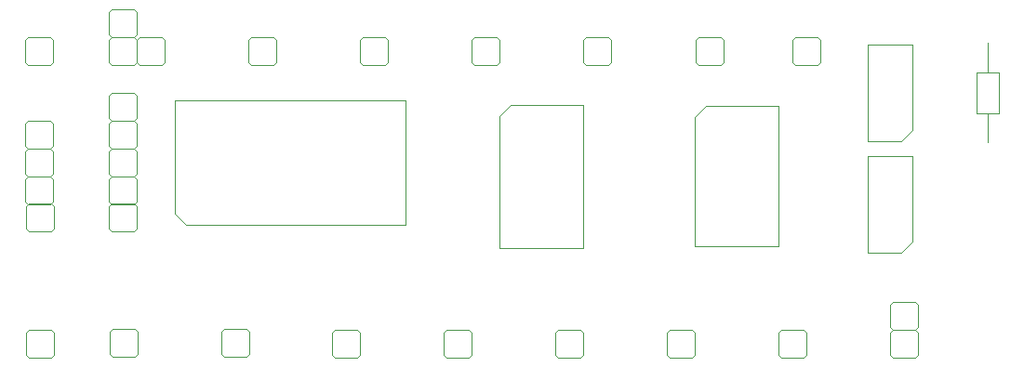
<source format=gbr>
%TF.GenerationSoftware,Novarm,DipTrace,5.0.0.1*%
%TF.CreationDate,2024-11-22T12:03:04+02:00*%
%FSLAX26Y26*%
%MOIN*%
%TF.FileFunction,Drawing,Top*%
%TF.Part,Single*%
%ADD13C,0.004724*%
G75*
G01*
%LPD*%
X1081104Y1566145D2*
D13*
X1906301Y1566138D1*
X1906297Y1121256D1*
X1120470Y1121263D1*
X1081101Y1160634D1*
X1081104Y1566145D1*
X2543307Y1549606D2*
Y1037795D1*
X2244094D1*
Y1510236D1*
X2283465Y1549606D1*
X2543307D1*
X3243296Y1545676D2*
X3243318Y1041739D1*
X2944105Y1041726D1*
X2944085Y1506293D1*
X2983454Y1545665D1*
X3243296Y1545676D1*
X3564971Y1421255D2*
X3564950Y1766137D1*
X3722430Y1766147D1*
X3722449Y1460635D1*
X3683081Y1421262D1*
X3564971Y1421255D1*
X3564969Y1021256D2*
X3564952Y1366138D1*
X3722433Y1366145D1*
X3722447Y1060634D1*
X3683079Y1021262D1*
X3564969Y1021256D1*
X3643699Y833698D2*
X3643703Y753698D1*
X3653703Y743699D1*
X3733703Y743703D1*
X3743703Y753703D1*
X3743699Y833703D1*
X3733698Y843703D1*
X3653698Y843699D1*
X3643699Y833698D1*
X853703Y1693699D2*
X933703Y1693702D1*
X943702Y1703703D1*
X943699Y1783703D1*
X933699Y1793702D1*
X853699Y1793699D1*
X843699Y1783699D1*
X843702Y1703699D1*
X853703Y1693699D1*
Y1193699D2*
X933703Y1193702D1*
X943702Y1203703D1*
X943699Y1283703D1*
X933699Y1293702D1*
X853699Y1293699D1*
X843699Y1283699D1*
X843702Y1203699D1*
X853703Y1193699D1*
X853704Y1793698D2*
X933704Y1793703D1*
X943703Y1803704D1*
X943698Y1883704D1*
X933698Y1893703D1*
X853698Y1893698D1*
X843698Y1883698D1*
X843703Y1803698D1*
X853704Y1793698D1*
X853702Y1393700D2*
X933702Y1393702D1*
X943702Y1403702D1*
X943700Y1483702D1*
X933700Y1493702D1*
X853700Y1493700D1*
X843700Y1483700D1*
X843702Y1403700D1*
X853702Y1393700D1*
X557902Y1097899D2*
X637902Y1097902D1*
X647902Y1107902D1*
X647899Y1187902D1*
X637898Y1197902D1*
X557898Y1197899D1*
X547899Y1187898D1*
X547902Y1107898D1*
X557902Y1097899D1*
X553701Y1393701D2*
X633701D1*
X643701Y1403701D1*
Y1483701D1*
X633701Y1493701D1*
X553701D1*
X543701Y1483701D1*
Y1403701D1*
X553701Y1393701D1*
X553700Y1193702D2*
X633700Y1193700D1*
X643700Y1203700D1*
X643702Y1283700D1*
X633702Y1293700D1*
X553702Y1293702D1*
X543702Y1283702D1*
X543700Y1203702D1*
X553700Y1193702D1*
X853702Y1293700D2*
X933702Y1293702D1*
X943702Y1303702D1*
X943700Y1383702D1*
X933699Y1393702D1*
X853699Y1393700D1*
X843700Y1383699D1*
X843702Y1303699D1*
X853702Y1293700D1*
Y1493700D2*
X933702Y1493702D1*
X943702Y1503702D1*
X943700Y1583702D1*
X933699Y1593702D1*
X853699Y1593700D1*
X843700Y1583699D1*
X843702Y1503699D1*
X853702Y1493700D1*
X853703Y1097899D2*
X933703Y1097902D1*
X943702Y1107902D1*
X943699Y1187902D1*
X933699Y1197902D1*
X853699Y1197899D1*
X843699Y1187898D1*
X843702Y1107898D1*
X853703Y1097899D1*
X553701Y1293701D2*
X633701D1*
X643701Y1303701D1*
Y1383701D1*
X633701Y1393701D1*
X553701D1*
X543701Y1383701D1*
Y1303701D1*
X553701Y1293701D1*
X2543699Y1783698D2*
X2543703Y1703698D1*
X2553703Y1693699D1*
X2633703Y1693703D1*
X2643703Y1703703D1*
X2643699Y1783703D1*
X2633698Y1793703D1*
X2553698Y1793699D1*
X2543699Y1783698D1*
X1743699D2*
X1743703Y1703698D1*
X1753703Y1693699D1*
X1833703Y1693703D1*
X1843703Y1703703D1*
X1843699Y1783703D1*
X1833698Y1793703D1*
X1753698Y1793699D1*
X1743699Y1783698D1*
X543702Y1783703D2*
X543699Y1703703D1*
X553699Y1693702D1*
X633699Y1693699D1*
X643699Y1703699D1*
X643702Y1783699D1*
X633703Y1793699D1*
X553703Y1793702D1*
X543702Y1783703D1*
X943698Y1783698D2*
X943703Y1703698D1*
X953704Y1693698D1*
X1033704Y1693703D1*
X1043703Y1703704D1*
X1043698Y1783704D1*
X1033698Y1793703D1*
X953698Y1793698D1*
X943698Y1783698D1*
X2143699D2*
X2143703Y1703698D1*
X2153703Y1693699D1*
X2233703Y1693703D1*
X2243703Y1703703D1*
X2243699Y1783703D1*
X2233698Y1793703D1*
X2153698Y1793699D1*
X2143699Y1783698D1*
X2947898D2*
X2947902Y1703698D1*
X2957903Y1693699D1*
X3037903Y1693703D1*
X3047902Y1703703D1*
X3047898Y1783703D1*
X3037898Y1793703D1*
X2957898Y1793699D1*
X2947898Y1783698D1*
X3293699D2*
X3293703Y1703698D1*
X3303703Y1693699D1*
X3383703Y1693703D1*
X3393703Y1703703D1*
X3393699Y1783703D1*
X3383698Y1793703D1*
X3303698Y1793699D1*
X3293699Y1783698D1*
X1343702Y1783703D2*
X1343699Y1703703D1*
X1353699Y1693702D1*
X1433699Y1693699D1*
X1443699Y1703699D1*
X1443702Y1783699D1*
X1433703Y1793699D1*
X1353703Y1793702D1*
X1343702Y1783703D1*
X2843699Y733699D2*
X2843702Y653699D1*
X2853703Y643699D1*
X2933703Y643702D1*
X2943702Y653703D1*
X2943699Y733703D1*
X2933699Y743702D1*
X2853699Y743699D1*
X2843699Y733699D1*
X2043699D2*
X2043702Y653699D1*
X2053703Y643699D1*
X2133703Y643702D1*
X2143702Y653703D1*
X2143699Y733703D1*
X2133699Y743702D1*
X2053699Y743699D1*
X2043699Y733699D1*
X847899Y737898D2*
X847902Y657898D1*
X857902Y647899D1*
X937902Y647902D1*
X947902Y657902D1*
X947899Y737902D1*
X937898Y747902D1*
X857898Y747899D1*
X847899Y737898D1*
X1247898D2*
X1247902Y657898D1*
X1257903Y647898D1*
X1337903Y647902D1*
X1347902Y657903D1*
X1347898Y737903D1*
X1337898Y747902D1*
X1257898Y747898D1*
X1247898Y737898D1*
X2443699Y733699D2*
X2443702Y653699D1*
X2453703Y643699D1*
X2533703Y643702D1*
X2543702Y653703D1*
X2543699Y733703D1*
X2533699Y743702D1*
X2453699Y743699D1*
X2443699Y733699D1*
X3243699D2*
X3243702Y653699D1*
X3253703Y643699D1*
X3333703Y643702D1*
X3343702Y653703D1*
X3343699Y733703D1*
X3333699Y743702D1*
X3253699Y743699D1*
X3243699Y733699D1*
X3653703Y643699D2*
X3733703Y643702D1*
X3743702Y653703D1*
X3743699Y733703D1*
X3733699Y743702D1*
X3653699Y743699D1*
X3643699Y733699D1*
X3643702Y653699D1*
X3653703Y643699D1*
X1643699Y733699D2*
X1643702Y653699D1*
X1653703Y643699D1*
X1733703Y643702D1*
X1743702Y653703D1*
X1743699Y733703D1*
X1733699Y743702D1*
X1653699Y743699D1*
X1643699Y733699D1*
X557898Y643702D2*
X637898Y643699D1*
X647899Y653699D1*
X647902Y733699D1*
X637902Y743699D1*
X557902Y743702D1*
X547902Y733703D1*
X547899Y653703D1*
X557898Y643702D1*
X3952364Y1520865D2*
X4035041Y1520867D1*
X4035038Y1666536D1*
X3952361Y1666535D1*
X3952364Y1520865D1*
X3993704Y1415354D2*
X3993702Y1520866D1*
X3993699Y1666535D2*
X3993698Y1772047D1*
M02*

</source>
